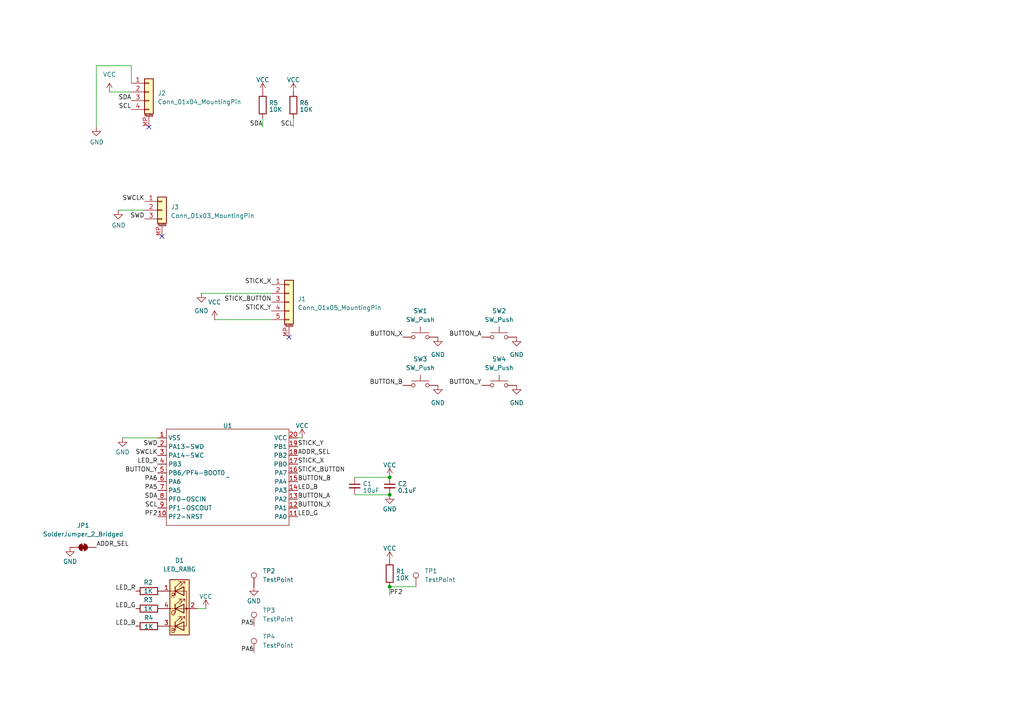
<source format=kicad_sch>
(kicad_sch (version 20231120) (generator "eeschema") (generator_version "8.0")
  (paper "A4")
  (lib_symbols
    (symbol "Connector:TestPoint" (pin_numbers hide) (pin_names (offset 0.762) hide)
      (property "Reference" "TP" (at 0 6.858 0))
      (property "Value" "TestPoint" (at 0 5.08 0))
      (symbol "TestPoint_0_1"
        (circle (center 0 3.302) (radius 0.762))
      )
      (symbol "TestPoint_1_1"
        (pin passive line (at 0 0 90) (length 2.54) (name "1") (number "1"))
      )
    )
    (symbol "Connector_Generic_MountingPin:Conn_01x03_MountingPin" (pin_names (offset 1.016) hide)
      (property "Reference" "J" (at 0 5.08 0))
      (property "Value" "Conn_01x03_MountingPin" (at 1.27 -5.08 0))
      (symbol "Conn_01x03_MountingPin_1_1"
        (rectangle (start -1.27 -2.413) (end 0 -2.667) (stroke (width 0.1524)))
        (rectangle (start -1.27 0.127) (end 0 -0.127) (stroke (width 0.1524)))
        (rectangle (start -1.27 2.667) (end 0 2.413) (stroke (width 0.1524)))
        (rectangle (start -1.27 3.81) (end 1.27 -3.81) (stroke (width 0.254)) (fill (type background)))
        (polyline (pts (xy -1.016 -4.572) (xy 1.016 -4.572)) (stroke (width 0.1524)))
        (text "Mounting" (at 0 -4.191 0) (effects (font (size 0.381 0.381))))
        (pin passive line (at -5.08 2.54 0) (length 3.81) (name "Pin_1") (number "1"))
        (pin passive line (at -5.08 0 0) (length 3.81) (name "Pin_2") (number "2"))
        (pin passive line (at -5.08 -2.54 0) (length 3.81) (name "Pin_3") (number "3"))
        (pin passive line (at 0 -7.62 90) (length 3.048) (name "MountPin") (number "MP"))
      )
    )
    (symbol "Connector_Generic_MountingPin:Conn_01x04_MountingPin" (pin_names (offset 1.016) hide)
      (property "Reference" "J" (at 0 5.08 0))
      (property "Value" "Conn_01x04_MountingPin" (at 1.27 -7.62 0))
      (symbol "Conn_01x04_MountingPin_1_1"
        (rectangle (start -1.27 -4.953) (end 0 -5.207) (stroke (width 0.1524)))
        (rectangle (start -1.27 -2.413) (end 0 -2.667) (stroke (width 0.1524)))
        (rectangle (start -1.27 0.127) (end 0 -0.127) (stroke (width 0.1524)))
        (rectangle (start -1.27 2.667) (end 0 2.413) (stroke (width 0.1524)))
        (rectangle (start -1.27 3.81) (end 1.27 -6.35) (stroke (width 0.254)) (fill (type background)))
        (polyline (pts (xy -1.016 -7.112) (xy 1.016 -7.112)) (stroke (width 0.1524)))
        (text "Mounting" (at 0 -6.731 0) (effects (font (size 0.381 0.381))))
        (pin passive line (at -5.08 2.54 0) (length 3.81) (name "Pin_1") (number "1"))
        (pin passive line (at -5.08 0 0) (length 3.81) (name "Pin_2") (number "2"))
        (pin passive line (at -5.08 -2.54 0) (length 3.81) (name "Pin_3") (number "3"))
        (pin passive line (at -5.08 -5.08 0) (length 3.81) (name "Pin_4") (number "4"))
        (pin passive line (at 0 -10.16 90) (length 3.048) (name "MountPin") (number "MP"))
      )
    )
    (symbol "Connector_Generic_MountingPin:Conn_01x05_MountingPin" (pin_names (offset 1.016) hide)
      (property "Reference" "J" (at 0 7.62 0))
      (property "Value" "Conn_01x05_MountingPin" (at 1.27 -7.62 0))
      (symbol "Conn_01x05_MountingPin_1_1"
        (rectangle (start -1.27 -4.953) (end 0 -5.207) (stroke (width 0.1524)))
        (rectangle (start -1.27 -2.413) (end 0 -2.667) (stroke (width 0.1524)))
        (rectangle (start -1.27 0.127) (end 0 -0.127) (stroke (width 0.1524)))
        (rectangle (start -1.27 2.667) (end 0 2.413) (stroke (width 0.1524)))
        (rectangle (start -1.27 5.207) (end 0 4.953) (stroke (width 0.1524)))
        (rectangle (start -1.27 6.35) (end 1.27 -6.35) (stroke (width 0.254)) (fill (type background)))
        (polyline (pts (xy -1.016 -7.112) (xy 1.016 -7.112)) (stroke (width 0.1524)))
        (text "Mounting" (at 0 -6.731 0) (effects (font (size 0.381 0.381))))
        (pin passive line (at -5.08 5.08 0) (length 3.81) (name "Pin_1") (number "1"))
        (pin passive line (at -5.08 2.54 0) (length 3.81) (name "Pin_2") (number "2"))
        (pin passive line (at -5.08 0 0) (length 3.81) (name "Pin_3") (number "3"))
        (pin passive line (at -5.08 -2.54 0) (length 3.81) (name "Pin_4") (number "4"))
        (pin passive line (at -5.08 -5.08 0) (length 3.81) (name "Pin_5") (number "5"))
        (pin passive line (at 0 -10.16 90) (length 3.048) (name "MountPin") (number "MP"))
      )
    )
    (symbol "Device:C_Small" (pin_numbers hide) (pin_names (offset 0.254) hide)
      (property "Reference" "C" (at 0.254 1.778 0))
      (property "Value" "C_Small" (at 0.254 -2.032 0))
      (symbol "C_Small_0_1"
        (polyline (pts (xy -1.524 -0.508) (xy 1.524 -0.508)) (stroke (width 0.3302)))
        (polyline (pts (xy -1.524 0.508) (xy 1.524 0.508)) (stroke (width 0.3048)))
      )
      (symbol "C_Small_1_1"
        (pin passive line (at 0 2.54 270) (length 2.032) (name "~") (number "1"))
        (pin passive line (at 0 -2.54 90) (length 2.032) (name "~") (number "2"))
      )
    )
    (symbol "Device:LED_RABG" (pin_names (offset 0) hide)
      (property "Reference" "D" (at 0 9.398 0))
      (property "Value" "LED_RABG" (at 0 -8.89 0))
      (symbol "LED_RABG_0_0"
        (text "B" (at -1.905 -6.35 0) (effects (font (size 1.27 1.27))))
        (text "G" (at -1.905 -1.27 0) (effects (font (size 1.27 1.27))))
        (text "R" (at -1.905 3.81 0) (effects (font (size 1.27 1.27))))
      )
      (symbol "LED_RABG_0_1"
        (polyline (pts (xy -1.27 -5.08) (xy -2.54 -5.08)))
        (polyline (pts (xy -1.27 -5.08) (xy 1.27 -5.08)))
        (polyline (pts (xy -1.27 -3.81) (xy -1.27 -6.35)) (stroke (width 0.254)))
        (polyline (pts (xy -1.27 0) (xy -2.54 0)))
        (polyline (pts (xy -1.27 1.27) (xy -1.27 -1.27)) (stroke (width 0.254)))
        (polyline (pts (xy -1.27 5.08) (xy -2.54 5.08)))
        (polyline (pts (xy -1.27 5.08) (xy 1.27 5.08)))
        (polyline (pts (xy -1.27 6.35) (xy -1.27 3.81)) (stroke (width 0.254)))
        (polyline (pts (xy 1.27 0) (xy -1.27 0)))
        (polyline (pts (xy 1.27 0) (xy 2.54 0)))
        (polyline (pts (xy -1.27 1.27) (xy -1.27 -1.27) (xy -1.27 -1.27)))
        (polyline (pts (xy -1.27 6.35) (xy -1.27 3.81) (xy -1.27 3.81)))
        (polyline (pts (xy 1.27 -5.08) (xy 2.032 -5.08) (xy 2.032 5.08) (xy 1.27 5.08)))
        (polyline (pts (xy 1.27 -3.81) (xy 1.27 -6.35) (xy -1.27 -5.08) (xy 1.27 -3.81)) (stroke (width 0.254)))
        (polyline (pts (xy 1.27 1.27) (xy 1.27 -1.27) (xy -1.27 0) (xy 1.27 1.27)) (stroke (width 0.254)))
        (polyline (pts (xy 1.27 6.35) (xy 1.27 3.81) (xy -1.27 5.08) (xy 1.27 6.35)) (stroke (width 0.254)))
        (polyline (pts (xy -1.016 -3.81) (xy 0.508 -2.286) (xy -0.254 -2.286) (xy 0.508 -2.286) (xy 0.508 -3.048)))
        (polyline (pts (xy -1.016 1.27) (xy 0.508 2.794) (xy -0.254 2.794) (xy 0.508 2.794) (xy 0.508 2.032)))
        (polyline (pts (xy -1.016 6.35) (xy 0.508 7.874) (xy -0.254 7.874) (xy 0.508 7.874) (xy 0.508 7.112)))
        (polyline (pts (xy 0 -3.81) (xy 1.524 -2.286) (xy 0.762 -2.286) (xy 1.524 -2.286) (xy 1.524 -3.048)))
        (polyline (pts (xy 0 1.27) (xy 1.524 2.794) (xy 0.762 2.794) (xy 1.524 2.794) (xy 1.524 2.032)))
        (polyline (pts (xy 0 6.35) (xy 1.524 7.874) (xy 0.762 7.874) (xy 1.524 7.874) (xy 1.524 7.112)))
        (rectangle (start 1.27 -1.27) (end 1.27 1.27))
        (rectangle (start 1.27 1.27) (end 1.27 1.27))
        (rectangle (start 1.27 3.81) (end 1.27 6.35))
        (rectangle (start 1.27 6.35) (end 1.27 6.35))
        (circle (center 2.032 0) (radius 0.254) (fill (type outline)))
        (rectangle (start 2.794 8.382) (end -2.794 -7.62) (stroke (width 0.254)) (fill (type background)))
      )
      (symbol "LED_RABG_1_1"
        (pin passive line (at -5.08 5.08 0) (length 2.54) (name "RK") (number "1"))
        (pin passive line (at 5.08 0 180) (length 2.54) (name "A") (number "2"))
        (pin passive line (at -5.08 -5.08 0) (length 2.54) (name "BK") (number "3"))
        (pin passive line (at -5.08 0 0) (length 2.54) (name "GK") (number "4"))
      )
    )
    (symbol "Device:R" (pin_numbers hide) (pin_names (offset 0))
      (property "Reference" "R" (at 2.032 0 90))
      (property "Value" "R" (at 0 0 90))
      (symbol "R_0_1"
        (rectangle (start -1.016 -2.54) (end 1.016 2.54) (stroke (width 0.254)))
      )
      (symbol "R_1_1"
        (pin passive line (at 0 3.81 270) (length 1.27) (name "~") (number "1"))
        (pin passive line (at 0 -3.81 90) (length 1.27) (name "~") (number "2"))
      )
    )
    (symbol "Jumper:SolderJumper_2_Bridged" (pin_numbers hide) (pin_names (offset 0) hide) (exclude_from_sim yes) (in_bom no)
      (property "Reference" "JP" (at 0 2.032 0))
      (property "Value" "SolderJumper_2_Bridged" (at 0 -2.54 0))
      (symbol "SolderJumper_2_Bridged_0_1"
        (rectangle (start -0.508 0.508) (end 0.508 -0.508) (fill (type outline)))
        (arc (start -0.254 1.016) (mid -1.2656 0) (end -0.254 -1.016))
        (arc (start -0.254 1.016) (mid -1.2656 0) (end -0.254 -1.016) (fill (type outline)))
        (polyline (pts (xy -0.254 1.016) (xy -0.254 -1.016)))
        (polyline (pts (xy 0.254 1.016) (xy 0.254 -1.016)))
        (arc (start 0.254 -1.016) (mid 1.2656 0) (end 0.254 1.016))
        (arc (start 0.254 -1.016) (mid 1.2656 0) (end 0.254 1.016) (fill (type outline)))
      )
      (symbol "SolderJumper_2_Bridged_1_1"
        (pin passive line (at -3.81 0 0) (length 2.54) (name "A") (number "1"))
        (pin passive line (at 3.81 0 180) (length 2.54) (name "B") (number "2"))
      )
    )
    (symbol "Switch:SW_Push" (pin_numbers hide) (pin_names (offset 1.016) hide)
      (property "Reference" "SW" (at 1.27 2.54 0))
      (property "Value" "SW_Push" (at 0 -1.524 0))
      (symbol "SW_Push_0_1"
        (circle (center -2.032 0) (radius 0.508))
        (polyline (pts (xy 0 1.27) (xy 0 3.048)))
        (polyline (pts (xy 2.54 1.27) (xy -2.54 1.27)))
        (circle (center 2.032 0) (radius 0.508))
        (pin passive line (at -5.08 0 0) (length 2.54) (name "1") (number "1"))
        (pin passive line (at 5.08 0 180) (length 2.54) (name "2") (number "2"))
      )
    )
    (symbol "misc:PY32F002AF15P"
      (property "Reference" "U" (at 0 -15.24 0))
      (symbol "PY32F002AF15P_0_1"
        (rectangle (start -17.78 13.97) (end 17.78 -13.97))
      )
      (symbol "PY32F002AF15P_1_1"
        (pin power_in line (at -20.32 11.43 0) (length 2.54) (name "VSS") (number "1"))
        (pin bidirectional line (at -20.32 -11.43 0) (length 2.54) (name "PF2-NRST") (number "10"))
        (pin bidirectional line (at 20.32 -11.43 180) (length 2.54) (name "PA0") (number "11"))
        (pin bidirectional line (at 20.32 -8.89 180) (length 2.54) (name "PA1") (number "12"))
        (pin bidirectional line (at 20.32 -6.35 180) (length 2.54) (name "PA2") (number "13"))
        (pin bidirectional line (at 20.32 -3.81 180) (length 2.54) (name "PA3") (number "14"))
        (pin bidirectional line (at 20.32 -1.27 180) (length 2.54) (name "PA4") (number "15"))
        (pin bidirectional line (at 20.32 1.27 180) (length 2.54) (name "PA7") (number "16"))
        (pin bidirectional line (at 20.32 3.81 180) (length 2.54) (name "PB0") (number "17"))
        (pin bidirectional line (at 20.32 6.35 180) (length 2.54) (name "PB2") (number "18"))
        (pin bidirectional line (at 20.32 8.89 180) (length 2.54) (name "PB1") (number "19"))
        (pin bidirectional line (at -20.32 8.89 0) (length 2.54) (name "PA13-SWD") (number "2"))
        (pin power_in line (at 20.32 11.43 180) (length 2.54) (name "VCC") (number "20"))
        (pin bidirectional line (at -20.32 6.35 0) (length 2.54) (name "PA14-SWC") (number "3"))
        (pin bidirectional line (at -20.32 3.81 0) (length 2.54) (name "PB3") (number "4"))
        (pin bidirectional line (at -20.32 1.27 0) (length 2.54) (name "PB6/PF4-BOOT0") (number "5"))
        (pin bidirectional line (at -20.32 -1.27 0) (length 2.54) (name "PA6") (number "6"))
        (pin bidirectional line (at -20.32 -3.81 0) (length 2.54) (name "PA5") (number "7"))
        (pin bidirectional line (at -20.32 -6.35 0) (length 2.54) (name "PF0-OSCIN") (number "8"))
        (pin bidirectional line (at -20.32 -8.89 0) (length 2.54) (name "PF1-OSCOUT") (number "9"))
      )
    )
    (symbol "power:GND" (power) (pin_numbers hide) (pin_names (offset 0) hide)
      (property "Value" "GND" (at 0 -3.81 0))
      (symbol "GND_0_1"
        (polyline (pts (xy 0 0) (xy 0 -1.27) (xy 1.27 -1.27) (xy 0 -2.54) (xy -1.27 -1.27) (xy 0 -1.27)))
      )
      (symbol "GND_1_1"
        (pin power_in line (at 0 0 270) (length 0) (name "~") (number "1"))
      )
    )
    (symbol "power:VCC" (power) (pin_numbers hide) (pin_names (offset 0) hide)
      (property "Value" "VCC" (at 0 3.556 0))
      (symbol "VCC_0_1"
        (polyline (pts (xy -0.762 1.27) (xy 0 2.54)))
        (polyline (pts (xy 0 0) (xy 0 2.54)))
        (polyline (pts (xy 0 2.54) (xy 0.762 1.27)))
      )
      (symbol "VCC_1_1"
        (pin power_in line (at 0 0 90) (length 0) (name "~") (number "1"))
      )
    )
  )
  (junction (at 113.03 170.18))
  (junction (at 113.03 143.51))
  (junction (at 113.03 138.43))
  (no_connect (at 43.18 36.83))
  (no_connect (at 83.82 97.79))
  (no_connect (at 46.99 68.58))
  (wire (pts (xy 59.69 176.53) (xy 57.15 176.53)))
  (wire (pts (xy 35.56 127) (xy 45.72 127)))
  (wire (pts (xy 38.1 19.05) (xy 38.1 24.13)))
  (wire (pts (xy 76.2 36.83) (xy 76.2 34.29)))
  (wire (pts (xy 62.23 92.71) (xy 78.74 92.71)))
  (wire (pts (xy 27.94 19.05) (xy 27.94 36.83)))
  (wire (pts (xy 85.09 36.83) (xy 85.09 34.29)))
  (wire (pts (xy 27.94 19.05) (xy 38.1 19.05)))
  (wire (pts (xy 113.03 172.72) (xy 113.03 170.18)))
  (wire (pts (xy 102.87 138.43) (xy 113.03 138.43)))
  (wire (pts (xy 102.87 143.51) (xy 113.03 143.51)))
  (wire (pts (xy 120.65 170.18) (xy 113.03 170.18)))
  (wire (pts (xy 31.75 26.67) (xy 38.1 26.67)))
  (wire (pts (xy 86.36 127) (xy 87.63 127)))
  (wire (pts (xy 34.29 60.96) (xy 41.91 60.96)))
  (wire (pts (xy 58.42 85.09) (xy 78.74 85.09)))
  (label "SDA" (at 45.72 144.78 180))
  (label "STICK_X" (at 78.74 82.55 180))
  (label "BUTTON_Y" (at 45.72 137.16 180))
  (label "BUTTON_B" (at 116.84 111.76 180))
  (label "SCL" (at 85.09 36.83 180))
  (label "ADDR_SEL" (at 86.36 132.08 0))
  (label "STICK_BUTTON" (at 86.36 137.16 0))
  (label "BUTTON_X" (at 86.36 147.32 0))
  (label "SDA" (at 38.1 29.21 180))
  (label "PA5" (at 73.66 181.61 180))
  (label "LED_G" (at 39.37 176.53 180))
  (label "PF2" (at 113.03 172.72 0))
  (label "SCL" (at 45.72 147.32 180))
  (label "BUTTON_A" (at 86.36 144.78 0))
  (label "SWCLK" (at 45.72 132.08 180))
  (label "LED_R" (at 45.72 134.62 180))
  (label "LED_B" (at 39.37 181.61 180))
  (label "BUTTON_X" (at 116.84 97.79 180))
  (label "PA5" (at 45.72 142.24 180))
  (label "PA6" (at 45.72 139.7 180))
  (label "SWD" (at 41.91 63.5 180))
  (label "ADDR_SEL" (at 27.94 158.75 0))
  (label "BUTTON_Y" (at 139.7 111.76 180))
  (label "SWD" (at 45.72 129.54 180))
  (label "PA6" (at 73.66 189.23 180))
  (label "LED_G" (at 86.36 149.86 0))
  (label "LED_R" (at 39.37 171.45 180))
  (label "BUTTON_A" (at 139.7 97.79 180))
  (label "STICK_BUTTON" (at 78.74 87.63 180))
  (label "STICK_Y" (at 86.36 129.54 0))
  (label "PF2" (at 45.72 149.86 180))
  (label "BUTTON_B" (at 86.36 139.7 0))
  (label "SWCLK" (at 41.91 58.42 180))
  (label "SCL" (at 38.1 31.75 180))
  (label "LED_B" (at 86.36 142.24 0))
  (label "STICK_Y" (at 78.74 90.17 180))
  (label "SDA" (at 76.2 36.83 180))
  (label "STICK_X" (at 86.36 134.62 0))
  (symbol (lib_id "power:VCC") (at 113.03 138.43 0) (unit 1)
    (property "Reference" "#PWR012" (effects (hide yes)))
    (property "Value" "VCC" (at 113.03 134.9281 0))
  )
  (symbol (lib_id "power:GND") (at 149.86 111.76 0) (unit 1)
    (property "Reference" "#PWR04" (effects (hide yes)))
    (property "Value" "GND" (at 149.86 116.84 0))
    (property "Description" "Power symbol creates a global label with name \"GND\" , ground" (effects (hide yes)))
  )
  (symbol (lib_id "power:GND") (at 20.32 158.75 0) (unit 1)
    (property "Reference" "#PWR017" (effects (hide yes)))
    (property "Value" "GND" (at 20.32 162.8855 0))
  )
  (symbol (lib_id "power:GND") (at 34.29 60.96 0) (unit 1)
    (property "Reference" "#PWR09" (effects (hide yes)))
    (property "Value" "GND" (at 34.417 65.3542 0))
  )
  (symbol (lib_id "Switch:SW_Push") (at 144.78 97.79 0) (unit 1)
    (property "Reference" "SW2" (at 144.78 90.17 0))
    (property "Value" "SW_Push" (at 144.78 92.71 0))
    (property "Footprint" "Daft_Misc:SW_Push_1P1T_NO_GT-TC155x" (effects (hide yes)))
    (property "Description" "Push button switch, generic, two pins" (effects (hide yes)))
  )
  (symbol (lib_id "power:GND") (at 35.56 127 0) (unit 1)
    (property "Reference" "#PWR010" (effects (hide yes)))
    (property "Value" "GND" (at 35.56 131.1355 0))
  )
  (symbol (lib_id "power:GND") (at 127 97.79 0) (unit 1)
    (property "Reference" "#PWR02" (effects (hide yes)))
    (property "Value" "GND" (at 127 102.87 0))
    (property "Description" "Power symbol creates a global label with name \"GND\" , ground" (effects (hide yes)))
  )
  (symbol (lib_id "Device:R") (at 113.03 166.37 0) (unit 1)
    (property "Reference" "R1" (at 114.808 165.7263 0) (effects (justify left)))
    (property "Value" "10K" (at 114.808 167.6473 0) (effects (justify left)))
    (property "Footprint" "Resistor_SMD:R_0402_1005Metric" (effects (hide yes)))
  )
  (symbol (lib_id "Switch:SW_Push") (at 144.78 111.76 0) (unit 1)
    (property "Reference" "SW4" (at 144.78 104.14 0))
    (property "Value" "SW_Push" (at 144.78 106.68 0))
    (property "Footprint" "Daft_Misc:SW_Push_1P1T_NO_GT-TC155x" (effects (hide yes)))
    (property "Description" "Push button switch, generic, two pins" (effects (hide yes)))
  )
  (symbol (lib_id "power:GND") (at 73.66 170.18 0) (unit 1)
    (property "Reference" "#PWR015" (effects (hide yes)))
    (property "Value" "GND" (at 73.66 174.3155 0))
  )
  (symbol (lib_id "Connector_Generic_MountingPin:Conn_01x04_MountingPin") (at 43.18 26.67 0) (unit 1)
    (property "Reference" "J2" (at 45.72 27.0255 0) (effects (justify left)))
    (property "Value" "Conn_01x04_MountingPin" (at 45.72 29.5655 0) (effects (justify left)))
    (property "Footprint" "Connector_JST:JST_SH_SM04B-SRSS-TB_1x04-1MP_P1.00mm_Horizontal" (effects (hide yes)))
    (property "Description" "Generic connectable mounting pin connector, single row, 01x04, script generated (kicad-library-utils/schlib/autogen/connector/)" (effects (hide yes)))
  )
  (symbol (lib_id "Device:R") (at 43.18 176.53 270) (unit 1)
    (property "Reference" "R3" (at 41.656 173.99 90) (effects (justify left)))
    (property "Value" "1K" (at 41.656 176.53 90) (effects (justify left)))
    (property "Footprint" "Resistor_SMD:R_0402_1005Metric" (effects (hide yes)))
  )
  (symbol (lib_id "power:GND") (at 58.42 85.09 0) (unit 1)
    (property "Reference" "#PWR06" (effects (hide yes)))
    (property "Value" "GND" (at 58.42 90.17 0))
    (property "Description" "Power symbol creates a global label with name \"GND\" , ground" (effects (hide yes)))
  )
  (symbol (lib_id "misc:PY32F002AF15P") (at 66.04 138.43 0) (unit 1)
    (property "Reference" "U1" (at 66.04 123.4981 0))
    (property "Value" "~" (at 66.04 138.43 0))
    (property "Footprint" "Package_SO:TSSOP-20_4.4x6.5mm_P0.65mm" (effects (hide yes)))
  )
  (symbol (lib_id "Device:R") (at 76.2 30.48 0) (unit 1)
    (property "Reference" "R5" (at 77.978 29.8363 0) (effects (justify left)))
    (property "Value" "10K" (at 77.978 31.7573 0) (effects (justify left)))
    (property "Footprint" "Resistor_SMD:R_0402_1005Metric" (effects (hide yes)))
  )
  (symbol (lib_id "power:VCC") (at 113.03 162.56 0) (unit 1)
    (property "Reference" "#PWR014" (effects (hide yes)))
    (property "Value" "VCC" (at 113.03 159.0581 0))
  )
  (symbol (lib_id "power:VCC") (at 87.63 127 0) (unit 1)
    (property "Reference" "#PWR011" (effects (hide yes)))
    (property "Value" "VCC" (at 87.63 123.4981 0))
  )
  (symbol (lib_id "Device:LED_RABG") (at 52.07 176.53 0) (unit 1)
    (property "Reference" "D1" (at 52.07 162.56 0))
    (property "Value" "LED_RABG" (at 52.07 165.1 0))
    (property "Footprint" "Daft_Misc:LED_0606" (effects (hide yes)))
    (property "Description" "RGB LED, red/anode/blue/green" (effects (hide yes)))
  )
  (symbol (lib_id "power:VCC") (at 62.23 92.71 0) (unit 1)
    (property "Reference" "#PWR01" (effects (hide yes)))
    (property "Value" "VCC" (at 62.23 87.63 0))
    (property "Description" "Power symbol creates a global label with name \"VCC\"" (effects (hide yes)))
  )
  (symbol (lib_id "Connector_Generic_MountingPin:Conn_01x05_MountingPin") (at 83.82 87.63 0) (unit 1)
    (property "Reference" "J1" (at 86.36 86.7155 0) (effects (justify left)))
    (property "Value" "Conn_01x05_MountingPin" (at 86.36 89.2555 0) (effects (justify left)))
    (property "Footprint" "Daft_Misc:HCTL_HC-FPC-05-09-5RLTAG-00_1x05-1MP_P0.50mm_Horizontal" (effects (hide yes)))
    (property "Description" "Generic connectable mounting pin connector, single row, 01x05, script generated (kicad-library-utils/schlib/autogen/connector/)" (effects (hide yes)))
  )
  (symbol (lib_id "Device:C_Small") (at 113.03 140.97 0) (unit 1)
    (property "Reference" "C2" (at 115.3541 140.3326 0) (effects (justify left)))
    (property "Value" "0.1uF" (at 115.3541 142.2536 0) (effects (justify left)))
    (property "Footprint" "Capacitor_SMD:C_0402_1005Metric" (effects (hide yes)))
  )
  (symbol (lib_id "power:VCC") (at 85.09 26.67 0) (unit 1)
    (property "Reference" "#PWR019" (effects (hide yes)))
    (property "Value" "VCC" (at 85.09 23.1681 0))
  )
  (symbol (lib_id "power:VCC") (at 31.75 26.67 0) (unit 1)
    (property "Reference" "#PWR016" (effects (hide yes)))
    (property "Value" "VCC" (at 31.75 21.59 0))
    (property "Description" "Power symbol creates a global label with name \"VCC\"" (effects (hide yes)))
  )
  (symbol (lib_id "Device:C_Small") (at 102.87 140.97 0) (unit 1)
    (property "Reference" "C1" (at 105.1941 140.3326 0) (effects (justify left)))
    (property "Value" "10uF" (at 105.1941 142.2536 0) (effects (justify left)))
    (property "Footprint" "Capacitor_SMD:C_0603_1608Metric" (effects (hide yes)))
  )
  (symbol (lib_id "Jumper:SolderJumper_2_Bridged") (at 24.13 158.75 0) (unit 1) (exclude_from_sim yes) (in_bom no)
    (property "Reference" "JP1" (at 24.13 152.4 0))
    (property "Value" "SolderJumper_2_Bridged" (at 24.13 154.94 0))
    (property "Footprint" "Jumper:SolderJumper-2_P1.3mm_Bridged_RoundedPad1.0x1.5mm" (effects (hide yes)))
    (property "Description" "Solder Jumper, 2-pole, closed/bridged" (effects (hide yes)))
  )
  (symbol (lib_id "power:VCC") (at 76.2 26.67 0) (unit 1)
    (property "Reference" "#PWR018" (effects (hide yes)))
    (property "Value" "VCC" (at 76.2 23.1681 0))
  )
  (symbol (lib_id "Connector:TestPoint") (at 120.65 170.18 0) (unit 1)
    (property "Reference" "TP1" (at 123.19 165.6079 0) (effects (justify left)))
    (property "Value" "TestPoint" (at 123.19 168.1479 0) (effects (justify left)))
    (property "Footprint" "TestPoint:TestPoint_Pad_1.0x1.0mm" (effects (hide yes)))
    (property "Description" "test point" (effects (hide yes)))
  )
  (symbol (lib_id "Connector:TestPoint") (at 73.66 181.61 0) (unit 1)
    (property "Reference" "TP3" (at 76.2 177.0379 0) (effects (justify left)))
    (property "Value" "TestPoint" (at 76.2 179.5779 0) (effects (justify left)))
    (property "Footprint" "TestPoint:TestPoint_Pad_1.0x1.0mm" (effects (hide yes)))
    (property "Description" "test point" (effects (hide yes)))
  )
  (symbol (lib_id "Device:R") (at 43.18 181.61 270) (unit 1)
    (property "Reference" "R4" (at 41.783 179.197 90) (effects (justify left)))
    (property "Value" "1K" (at 41.783 181.737 90) (effects (justify left)))
    (property "Footprint" "Resistor_SMD:R_0402_1005Metric" (effects (hide yes)))
  )
  (symbol (lib_id "Switch:SW_Push") (at 121.92 97.79 0) (unit 1)
    (property "Reference" "SW1" (at 121.92 90.17 0))
    (property "Value" "SW_Push" (at 121.92 92.71 0))
    (property "Footprint" "Daft_Misc:SW_Push_1P1T_NO_GT-TC155x" (effects (hide yes)))
    (property "Description" "Push button switch, generic, two pins" (effects (hide yes)))
  )
  (symbol (lib_id "Connector_Generic_MountingPin:Conn_01x03_MountingPin") (at 46.99 60.96 0) (unit 1)
    (property "Reference" "J3" (at 49.53 60.0456 0) (effects (justify left)))
    (property "Value" "Conn_01x03_MountingPin" (at 49.53 62.5856 0) (effects (justify left)))
    (property "Footprint" "Connector_JST:JST_SH_SM03B-SRSS-TB_1x03-1MP_P1.00mm_Horizontal" (effects (hide yes)))
  )
  (symbol (lib_id "power:GND") (at 127 111.76 0) (unit 1)
    (property "Reference" "#PWR05" (effects (hide yes)))
    (property "Value" "GND" (at 127 116.84 0))
    (property "Description" "Power symbol creates a global label with name \"GND\" , ground" (effects (hide yes)))
  )
  (symbol (lib_id "power:GND") (at 27.94 36.83 0) (unit 1)
    (property "Reference" "#PWR08" (effects (hide yes)))
    (property "Value" "GND" (at 28.067 41.2242 0))
  )
  (symbol (lib_id "Switch:SW_Push") (at 121.92 111.76 0) (unit 1)
    (property "Reference" "SW3" (at 121.92 104.14 0))
    (property "Value" "SW_Push" (at 121.92 106.68 0))
    (property "Footprint" "Daft_Misc:SW_Push_1P1T_NO_GT-TC155x" (effects (hide yes)))
    (property "Description" "Push button switch, generic, two pins" (effects (hide yes)))
  )
  (symbol (lib_id "power:VCC") (at 59.69 176.53 0) (unit 1)
    (property "Reference" "#PWR07" (effects (hide yes)))
    (property "Value" "VCC" (at 59.69 173.0281 0))
  )
  (symbol (lib_id "Device:R") (at 43.18 171.45 270) (unit 1)
    (property "Reference" "R2" (at 41.656 168.91 90) (effects (justify left)))
    (property "Value" "1K" (at 41.656 171.45 90) (effects (justify left)))
    (property "Footprint" "Resistor_SMD:R_0402_1005Metric" (effects (hide yes)))
  )
  (symbol (lib_id "power:GND") (at 149.86 97.79 0) (unit 1)
    (property "Reference" "#PWR03" (effects (hide yes)))
    (property "Value" "GND" (at 149.86 102.87 0))
    (property "Description" "Power symbol creates a global label with name \"GND\" , ground" (effects (hide yes)))
  )
  (symbol (lib_id "Connector:TestPoint") (at 73.66 170.18 0) (unit 1)
    (property "Reference" "TP2" (at 76.2 165.6079 0) (effects (justify left)))
    (property "Value" "TestPoint" (at 76.2 168.1479 0) (effects (justify left)))
    (property "Footprint" "TestPoint:TestPoint_Pad_1.0x1.0mm" (effects (hide yes)))
    (property "Description" "test point" (effects (hide yes)))
  )
  (symbol (lib_id "Connector:TestPoint") (at 73.66 189.23 0) (unit 1)
    (property "Reference" "TP4" (at 76.2 184.6579 0) (effects (justify left)))
    (property "Value" "TestPoint" (at 76.2 187.1979 0) (effects (justify left)))
    (property "Footprint" "TestPoint:TestPoint_Pad_1.0x1.0mm" (effects (hide yes)))
    (property "Description" "test point" (effects (hide yes)))
  )
  (symbol (lib_id "Device:R") (at 85.09 30.48 0) (unit 1)
    (property "Reference" "R6" (at 86.868 29.8363 0) (effects (justify left)))
    (property "Value" "10K" (at 86.868 31.7573 0) (effects (justify left)))
    (property "Footprint" "Resistor_SMD:R_0402_1005Metric" (effects (hide yes)))
  )
  (symbol (lib_id "power:GND") (at 113.03 143.51 0) (unit 1)
    (property "Reference" "#PWR013" (effects (hide yes)))
    (property "Value" "GND" (at 113.03 147.6455 0))
  )
)
</source>
